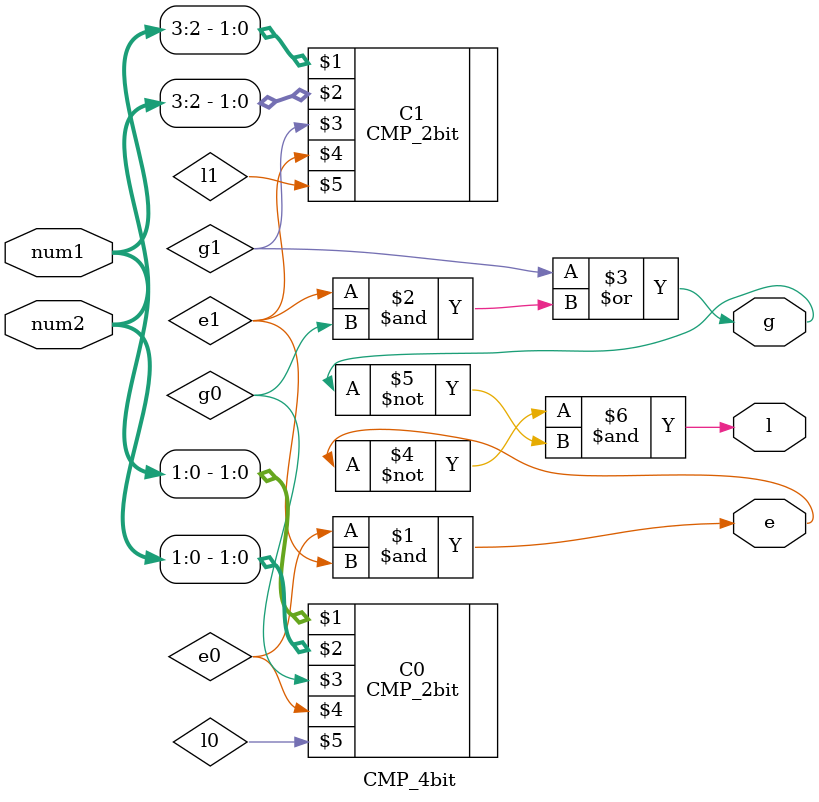
<source format=v>




module CMP_4bit #(
    parameter N = 4
) (
    input [N-1:0] num1,num2,
    output g,e,l
);


wire e0,e1,g0,g1,l0,l1;


CMP_2bit C0 (num1[1:0],num2[1:0],g0,e0,l0);
CMP_2bit C1 (num1[3:2],num2[3:2],g1,e1,l1);

assign e = e0 & e1;
assign g = g1 | (e1 & g0);
assign l = ~e & ~g; 

endmodule


</source>
